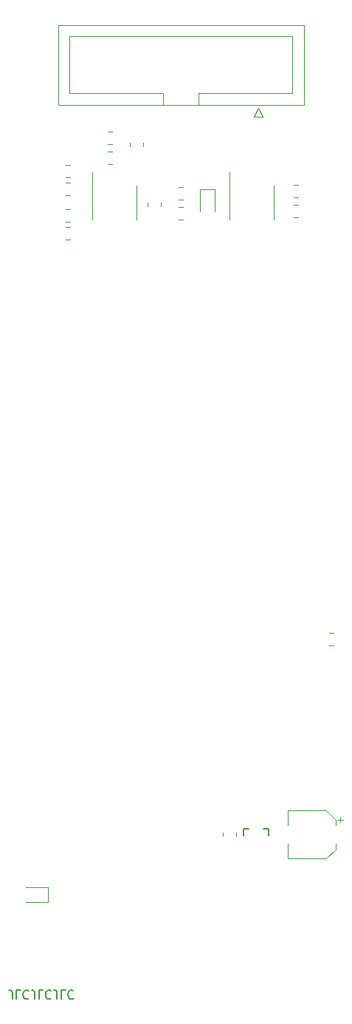
<source format=gbr>
%TF.GenerationSoftware,KiCad,Pcbnew,(6.0.0-0)*%
%TF.CreationDate,2022-11-10T22:32:45-05:00*%
%TF.ProjectId,ADSR-Generator,41445352-2d47-4656-9e65-7261746f722e,rev?*%
%TF.SameCoordinates,Original*%
%TF.FileFunction,Legend,Bot*%
%TF.FilePolarity,Positive*%
%FSLAX46Y46*%
G04 Gerber Fmt 4.6, Leading zero omitted, Abs format (unit mm)*
G04 Created by KiCad (PCBNEW (6.0.0-0)) date 2022-11-10 22:32:45*
%MOMM*%
%LPD*%
G01*
G04 APERTURE LIST*
%ADD10C,0.150000*%
%ADD11C,0.120000*%
%ADD12C,0.203200*%
G04 APERTURE END LIST*
D10*
X214598666Y-151677619D02*
X214598666Y-150963333D01*
X214551047Y-150820476D01*
X214455809Y-150725238D01*
X214312952Y-150677619D01*
X214217714Y-150677619D01*
X215551047Y-150677619D02*
X215074857Y-150677619D01*
X215074857Y-151677619D01*
X216455809Y-150772857D02*
X216408190Y-150725238D01*
X216265333Y-150677619D01*
X216170095Y-150677619D01*
X216027238Y-150725238D01*
X215932000Y-150820476D01*
X215884380Y-150915714D01*
X215836761Y-151106190D01*
X215836761Y-151249047D01*
X215884380Y-151439523D01*
X215932000Y-151534761D01*
X216027238Y-151630000D01*
X216170095Y-151677619D01*
X216265333Y-151677619D01*
X216408190Y-151630000D01*
X216455809Y-151582380D01*
X217170095Y-151677619D02*
X217170095Y-150963333D01*
X217122476Y-150820476D01*
X217027238Y-150725238D01*
X216884380Y-150677619D01*
X216789142Y-150677619D01*
X218122476Y-150677619D02*
X217646285Y-150677619D01*
X217646285Y-151677619D01*
X219027238Y-150772857D02*
X218979619Y-150725238D01*
X218836761Y-150677619D01*
X218741523Y-150677619D01*
X218598666Y-150725238D01*
X218503428Y-150820476D01*
X218455809Y-150915714D01*
X218408190Y-151106190D01*
X218408190Y-151249047D01*
X218455809Y-151439523D01*
X218503428Y-151534761D01*
X218598666Y-151630000D01*
X218741523Y-151677619D01*
X218836761Y-151677619D01*
X218979619Y-151630000D01*
X219027238Y-151582380D01*
X219741523Y-151677619D02*
X219741523Y-150963333D01*
X219693904Y-150820476D01*
X219598666Y-150725238D01*
X219455809Y-150677619D01*
X219360571Y-150677619D01*
X220693904Y-150677619D02*
X220217714Y-150677619D01*
X220217714Y-151677619D01*
X221598666Y-150772857D02*
X221551047Y-150725238D01*
X221408190Y-150677619D01*
X221312952Y-150677619D01*
X221170095Y-150725238D01*
X221074857Y-150820476D01*
X221027238Y-150915714D01*
X220979619Y-151106190D01*
X220979619Y-151249047D01*
X221027238Y-151439523D01*
X221074857Y-151534761D01*
X221170095Y-151630000D01*
X221312952Y-151677619D01*
X221408190Y-151677619D01*
X221551047Y-151630000D01*
X221598666Y-151582380D01*
D11*
%TO.C,C2*%
X246160000Y-135602000D02*
X246160000Y-133902000D01*
X246160000Y-130082000D02*
X246160000Y-131782000D01*
X250615563Y-130082000D02*
X246160000Y-130082000D01*
X250615563Y-135602000D02*
X246160000Y-135602000D01*
X251680000Y-134537563D02*
X251680000Y-133902000D01*
X251680000Y-131146437D02*
X251680000Y-131782000D01*
X251680000Y-131146437D02*
X250615563Y-130082000D01*
X251680000Y-134537563D02*
X250615563Y-135602000D01*
X252545000Y-131157000D02*
X251920000Y-131157000D01*
X252232500Y-130844500D02*
X252232500Y-131469500D01*
%TO.C,R9*%
X234161064Y-60987000D02*
X233706936Y-60987000D01*
X234161064Y-62457000D02*
X233706936Y-62457000D01*
%TO.C,R12*%
X246914936Y-59917000D02*
X247369064Y-59917000D01*
X246914936Y-58447000D02*
X247369064Y-58447000D01*
%TO.C,D1*%
X236132000Y-58952000D02*
X237832000Y-58952000D01*
X237832000Y-58952000D02*
X237832000Y-61502000D01*
X236132000Y-58952000D02*
X236132000Y-61502000D01*
%TO.C,R6*%
X228119000Y-54075064D02*
X228119000Y-53620936D01*
X229589000Y-54075064D02*
X229589000Y-53620936D01*
%TO.C,U2*%
X244622000Y-60452000D02*
X244622000Y-62402000D01*
X244622000Y-60452000D02*
X244622000Y-58502000D01*
X239502000Y-60452000D02*
X239502000Y-62402000D01*
X239502000Y-60452000D02*
X239502000Y-57002000D01*
%TO.C,U1*%
X223754000Y-60452000D02*
X223754000Y-57002000D01*
X223754000Y-60452000D02*
X223754000Y-62402000D01*
X228874000Y-60452000D02*
X228874000Y-58502000D01*
X228874000Y-60452000D02*
X228874000Y-62402000D01*
%TO.C,R13*%
X247369064Y-60733000D02*
X246914936Y-60733000D01*
X247369064Y-62203000D02*
X246914936Y-62203000D01*
%TO.C,R11*%
X250978936Y-111225000D02*
X251433064Y-111225000D01*
X250978936Y-109755000D02*
X251433064Y-109755000D01*
%TO.C,R10*%
X231621000Y-60933064D02*
X231621000Y-60478936D01*
X230151000Y-60933064D02*
X230151000Y-60478936D01*
%TO.C,R8*%
X238787000Y-132614936D02*
X238787000Y-133069064D01*
X240257000Y-132614936D02*
X240257000Y-133069064D01*
%TO.C,R7*%
X233706936Y-60171000D02*
X234161064Y-60171000D01*
X233706936Y-58701000D02*
X234161064Y-58701000D01*
%TO.C,R5*%
X226033064Y-56107000D02*
X225578936Y-56107000D01*
X226033064Y-54637000D02*
X225578936Y-54637000D01*
%TO.C,R4*%
X220752936Y-61241000D02*
X221207064Y-61241000D01*
X220752936Y-62711000D02*
X221207064Y-62711000D01*
%TO.C,R3*%
X221207064Y-64743000D02*
X220752936Y-64743000D01*
X221207064Y-63273000D02*
X220752936Y-63273000D01*
%TO.C,R2*%
X221207064Y-57631000D02*
X220752936Y-57631000D01*
X221207064Y-56161000D02*
X220752936Y-56161000D01*
%TO.C,R1*%
X220752936Y-58193000D02*
X221207064Y-58193000D01*
X220752936Y-59663000D02*
X221207064Y-59663000D01*
D12*
%TO.C,Q1*%
X241706400Y-132181600D02*
X241147600Y-132181600D01*
X243992400Y-132181600D02*
X243433600Y-132181600D01*
X241147600Y-132181600D02*
X241147600Y-132994400D01*
X243992400Y-132994400D02*
X243992400Y-132181600D01*
D11*
%TO.C,J1*%
X242324000Y-50654000D02*
X242824000Y-49654000D01*
X243324000Y-50654000D02*
X242324000Y-50654000D01*
X242824000Y-49654000D02*
X243324000Y-50654000D01*
X231884000Y-47954000D02*
X231884000Y-49264000D01*
X231884000Y-47954000D02*
X231884000Y-47954000D01*
X221134000Y-47954000D02*
X231884000Y-47954000D01*
X221134000Y-41454000D02*
X221134000Y-47954000D01*
X246734000Y-41454000D02*
X221134000Y-41454000D01*
X246734000Y-47954000D02*
X246734000Y-41454000D01*
X235984000Y-47954000D02*
X246734000Y-47954000D01*
X235984000Y-49264000D02*
X235984000Y-47954000D01*
X219834000Y-49264000D02*
X248034000Y-49264000D01*
X219834000Y-40144000D02*
X219834000Y-49264000D01*
X248034000Y-40144000D02*
X219834000Y-40144000D01*
X248034000Y-49264000D02*
X248034000Y-40144000D01*
%TO.C,D2*%
X218670000Y-138850000D02*
X218670000Y-140550000D01*
X218670000Y-140550000D02*
X216120000Y-140550000D01*
X218670000Y-138850000D02*
X216120000Y-138850000D01*
%TO.C,C1*%
X225544748Y-52351000D02*
X226067252Y-52351000D01*
X225544748Y-53821000D02*
X226067252Y-53821000D01*
%TD*%
M02*

</source>
